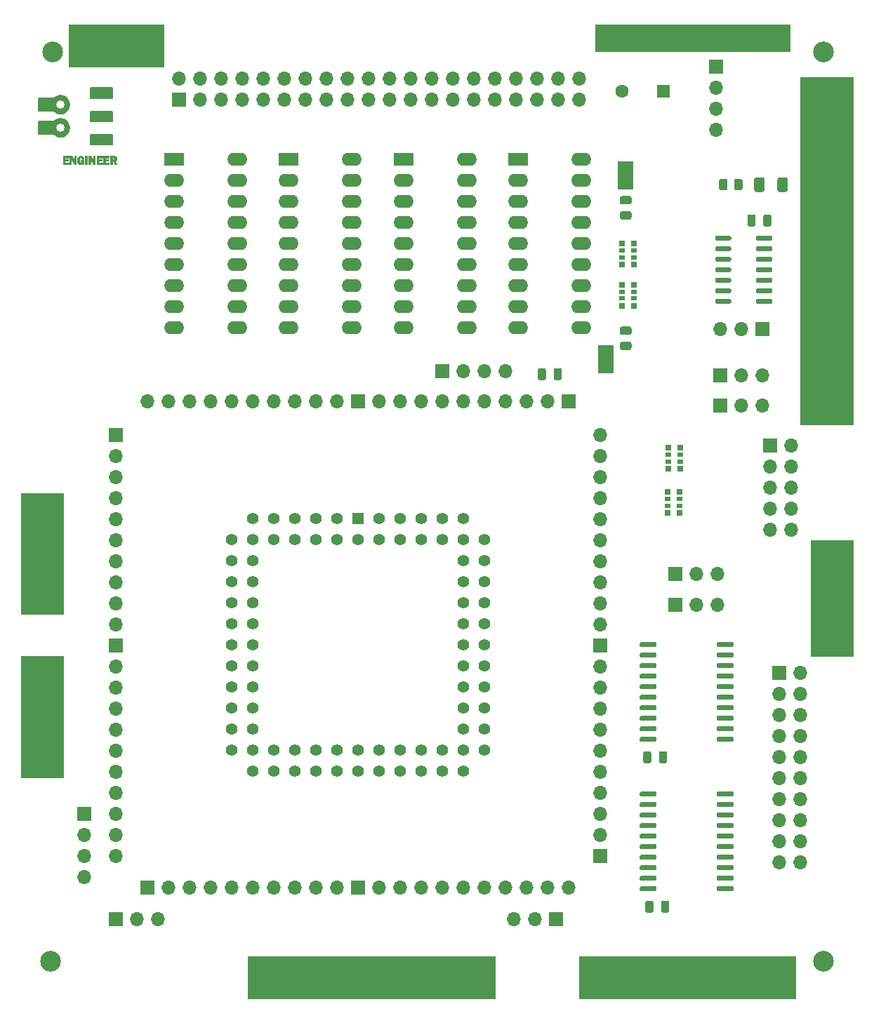
<source format=gbr>
%TF.GenerationSoftware,KiCad,Pcbnew,(5.1.10)-1*%
%TF.CreationDate,2021-06-15T10:48:06-05:00*%
%TF.ProjectId,gd MegaII proto pcb,6764204d-6567-4614-9949-2070726f746f,rev?*%
%TF.SameCoordinates,Original*%
%TF.FileFunction,Soldermask,Top*%
%TF.FilePolarity,Negative*%
%FSLAX46Y46*%
G04 Gerber Fmt 4.6, Leading zero omitted, Abs format (unit mm)*
G04 Created by KiCad (PCBNEW (5.1.10)-1) date 2021-06-15 10:48:06*
%MOMM*%
%LPD*%
G01*
G04 APERTURE LIST*
%ADD10C,0.100000*%
%ADD11C,0.134262*%
%ADD12C,0.095901*%
%ADD13O,1.700000X1.700000*%
%ADD14R,1.700000X1.700000*%
%ADD15O,2.400000X1.600000*%
%ADD16R,2.400000X1.600000*%
%ADD17C,1.600000*%
%ADD18R,1.600000X1.600000*%
%ADD19R,0.700000X0.640000*%
%ADD20R,0.700000X0.500000*%
%ADD21C,1.422400*%
%ADD22R,1.422400X1.422400*%
%ADD23R,1.850000X3.450000*%
%ADD24C,2.500000*%
G04 APERTURE END LIST*
D10*
G36*
X189230000Y-107950000D02*
G01*
X184150000Y-107950000D01*
X184150000Y-93980000D01*
X189230000Y-93980000D01*
X189230000Y-107950000D01*
G37*
X189230000Y-107950000D02*
X184150000Y-107950000D01*
X184150000Y-93980000D01*
X189230000Y-93980000D01*
X189230000Y-107950000D01*
G36*
X182245000Y-149225000D02*
G01*
X156210000Y-149225000D01*
X156210000Y-144145000D01*
X182245000Y-144145000D01*
X182245000Y-149225000D01*
G37*
X182245000Y-149225000D02*
X156210000Y-149225000D01*
X156210000Y-144145000D01*
X182245000Y-144145000D01*
X182245000Y-149225000D01*
G36*
X146050000Y-149225000D02*
G01*
X116205000Y-149225000D01*
X116205000Y-144145000D01*
X146050000Y-144145000D01*
X146050000Y-149225000D01*
G37*
X146050000Y-149225000D02*
X116205000Y-149225000D01*
X116205000Y-144145000D01*
X146050000Y-144145000D01*
X146050000Y-149225000D01*
G36*
X93980000Y-122555000D02*
G01*
X88900000Y-122555000D01*
X88900000Y-107950000D01*
X93980000Y-107950000D01*
X93980000Y-122555000D01*
G37*
X93980000Y-122555000D02*
X88900000Y-122555000D01*
X88900000Y-107950000D01*
X93980000Y-107950000D01*
X93980000Y-122555000D01*
G36*
X93980000Y-102870000D02*
G01*
X88900000Y-102870000D01*
X88900000Y-88265000D01*
X93980000Y-88265000D01*
X93980000Y-102870000D01*
G37*
X93980000Y-102870000D02*
X88900000Y-102870000D01*
X88900000Y-88265000D01*
X93980000Y-88265000D01*
X93980000Y-102870000D01*
G36*
X106045000Y-36830000D02*
G01*
X94615000Y-36830000D01*
X94615000Y-31750000D01*
X106045000Y-31750000D01*
X106045000Y-36830000D01*
G37*
X106045000Y-36830000D02*
X94615000Y-36830000D01*
X94615000Y-31750000D01*
X106045000Y-31750000D01*
X106045000Y-36830000D01*
G36*
X181610000Y-34925000D02*
G01*
X158115000Y-34925000D01*
X158115000Y-31750000D01*
X181610000Y-31750000D01*
X181610000Y-34925000D01*
G37*
X181610000Y-34925000D02*
X158115000Y-34925000D01*
X158115000Y-31750000D01*
X181610000Y-31750000D01*
X181610000Y-34925000D01*
G36*
X189230000Y-80010000D02*
G01*
X182880000Y-80010000D01*
X182880000Y-38100000D01*
X189230000Y-38100000D01*
X189230000Y-80010000D01*
G37*
X189230000Y-80010000D02*
X182880000Y-80010000D01*
X182880000Y-38100000D01*
X189230000Y-38100000D01*
X189230000Y-80010000D01*
D11*
%TO.C,svg2mod*%
G36*
X93634000Y-43091646D02*
G01*
X93111226Y-43957923D01*
X93233062Y-43772177D01*
X93413492Y-43647274D01*
X93634000Y-43601561D01*
X93855562Y-43647636D01*
X94035875Y-43773143D01*
X94157125Y-43959009D01*
X94201500Y-44186161D01*
X94157125Y-44414802D01*
X94035875Y-44601433D01*
X93855562Y-44727221D01*
X93634000Y-44773336D01*
X93412437Y-44727221D01*
X93232125Y-44601433D01*
X93110875Y-44414802D01*
X93066500Y-44186161D01*
X93111226Y-43957923D01*
X93634000Y-43091646D01*
X93357796Y-43129323D01*
X93109370Y-43235102D01*
X92896500Y-43398111D01*
X90961500Y-43398111D01*
X90961500Y-44974211D01*
X92896500Y-44974211D01*
X93108259Y-45138365D01*
X93357241Y-45243572D01*
X93634000Y-45280675D01*
X93916697Y-45241628D01*
X94170574Y-45131402D01*
X94385562Y-44960369D01*
X94551592Y-44738903D01*
X94658595Y-44477376D01*
X94696500Y-44186161D01*
X94658595Y-43894946D01*
X94551592Y-43633419D01*
X94385562Y-43411953D01*
X94170574Y-43240920D01*
X93916697Y-43130694D01*
X93634000Y-43091646D01*
G37*
X93634000Y-43091646D02*
X93111226Y-43957923D01*
X93233062Y-43772177D01*
X93413492Y-43647274D01*
X93634000Y-43601561D01*
X93855562Y-43647636D01*
X94035875Y-43773143D01*
X94157125Y-43959009D01*
X94201500Y-44186161D01*
X94157125Y-44414802D01*
X94035875Y-44601433D01*
X93855562Y-44727221D01*
X93634000Y-44773336D01*
X93412437Y-44727221D01*
X93232125Y-44601433D01*
X93110875Y-44414802D01*
X93066500Y-44186161D01*
X93111226Y-43957923D01*
X93634000Y-43091646D01*
X93357796Y-43129323D01*
X93109370Y-43235102D01*
X92896500Y-43398111D01*
X90961500Y-43398111D01*
X90961500Y-44974211D01*
X92896500Y-44974211D01*
X93108259Y-45138365D01*
X93357241Y-45243572D01*
X93634000Y-45280675D01*
X93916697Y-45241628D01*
X94170574Y-45131402D01*
X94385562Y-44960369D01*
X94551592Y-44738903D01*
X94658595Y-44477376D01*
X94696500Y-44186161D01*
X94658595Y-43894946D01*
X94551592Y-43633419D01*
X94385562Y-43411953D01*
X94170574Y-43240920D01*
X93916697Y-43130694D01*
X93634000Y-43091646D01*
G36*
X97254000Y-39396051D02*
G01*
X99889000Y-39396051D01*
X99889000Y-40619331D01*
X97254000Y-40619331D01*
X97254000Y-39396051D01*
G37*
X97254000Y-39396051D02*
X99889000Y-39396051D01*
X99889000Y-40619331D01*
X97254000Y-40619331D01*
X97254000Y-39396051D01*
G36*
X97254000Y-42195432D02*
G01*
X99889000Y-42195432D01*
X99889000Y-43418713D01*
X97254000Y-43418713D01*
X97254000Y-42195432D01*
G37*
X97254000Y-42195432D02*
X99889000Y-42195432D01*
X99889000Y-43418713D01*
X97254000Y-43418713D01*
X97254000Y-42195432D01*
G36*
X97254000Y-45002540D02*
G01*
X99889000Y-45002540D01*
X99889000Y-46225821D01*
X97254000Y-46225821D01*
X97254000Y-45002540D01*
G37*
X97254000Y-45002540D02*
X99889000Y-45002540D01*
X99889000Y-46225821D01*
X97254000Y-46225821D01*
X97254000Y-45002540D01*
G36*
X93634000Y-40297415D02*
G01*
X93111226Y-41163289D01*
X93233062Y-40976658D01*
X93413492Y-40850869D01*
X93634000Y-40804755D01*
X93855562Y-40850869D01*
X94035875Y-40976658D01*
X94157125Y-41163289D01*
X94201500Y-41391930D01*
X94157125Y-41619082D01*
X94035875Y-41804948D01*
X93855562Y-41930455D01*
X93634000Y-41976529D01*
X93412437Y-41930455D01*
X93232125Y-41804948D01*
X93110875Y-41619082D01*
X93066500Y-41391930D01*
X93111226Y-41163289D01*
X93634000Y-40297415D01*
X93357796Y-40335091D01*
X93109370Y-40440871D01*
X92896500Y-40603879D01*
X90961500Y-40603879D01*
X90961500Y-42179980D01*
X92896500Y-42179980D01*
X93108259Y-42344134D01*
X93357241Y-42449341D01*
X93634000Y-42486444D01*
X93916697Y-42447397D01*
X94170574Y-42337171D01*
X94385562Y-42166138D01*
X94551592Y-41944672D01*
X94658595Y-41683145D01*
X94696500Y-41391930D01*
X94658595Y-41100715D01*
X94551592Y-40839188D01*
X94385562Y-40617722D01*
X94170574Y-40446689D01*
X93916697Y-40336463D01*
X93634000Y-40297415D01*
G37*
X93634000Y-40297415D02*
X93111226Y-41163289D01*
X93233062Y-40976658D01*
X93413492Y-40850869D01*
X93634000Y-40804755D01*
X93855562Y-40850869D01*
X94035875Y-40976658D01*
X94157125Y-41163289D01*
X94201500Y-41391930D01*
X94157125Y-41619082D01*
X94035875Y-41804948D01*
X93855562Y-41930455D01*
X93634000Y-41976529D01*
X93412437Y-41930455D01*
X93232125Y-41804948D01*
X93110875Y-41619082D01*
X93066500Y-41391930D01*
X93111226Y-41163289D01*
X93634000Y-40297415D01*
X93357796Y-40335091D01*
X93109370Y-40440871D01*
X92896500Y-40603879D01*
X90961500Y-40603879D01*
X90961500Y-42179980D01*
X92896500Y-42179980D01*
X93108259Y-42344134D01*
X93357241Y-42449341D01*
X93634000Y-42486444D01*
X93916697Y-42447397D01*
X94170574Y-42337171D01*
X94385562Y-42166138D01*
X94551592Y-41944672D01*
X94658595Y-41683145D01*
X94696500Y-41391930D01*
X94658595Y-41100715D01*
X94551592Y-40839188D01*
X94385562Y-40617722D01*
X94170574Y-40446689D01*
X93916697Y-40336463D01*
X93634000Y-40297415D01*
D12*
G36*
X94614000Y-47786469D02*
G01*
X94154000Y-47786469D01*
X94154000Y-47989920D01*
X94516500Y-47989920D01*
X94516500Y-48177919D01*
X94154000Y-48177919D01*
X94154000Y-48394247D01*
X94614000Y-48394247D01*
X94614000Y-48592547D01*
X93924000Y-48592547D01*
X93924000Y-47595895D01*
X94614000Y-47595895D01*
X94614000Y-47786469D01*
G37*
X94614000Y-47786469D02*
X94154000Y-47786469D01*
X94154000Y-47989920D01*
X94516500Y-47989920D01*
X94516500Y-48177919D01*
X94154000Y-48177919D01*
X94154000Y-48394247D01*
X94614000Y-48394247D01*
X94614000Y-48592547D01*
X93924000Y-48592547D01*
X93924000Y-47595895D01*
X94614000Y-47595895D01*
X94614000Y-47786469D01*
G36*
X95494000Y-47598470D02*
G01*
X95494000Y-48595123D01*
X95301500Y-48595123D01*
X94924000Y-47920387D01*
X94926487Y-47953866D01*
X94928974Y-47997646D01*
X94928974Y-48595123D01*
X94751474Y-48595123D01*
X94751474Y-47598470D01*
X94996474Y-47598470D01*
X95326474Y-48185645D01*
X95321473Y-48118687D01*
X95321473Y-47598470D01*
X95494000Y-47598470D01*
G37*
X95494000Y-47598470D02*
X95494000Y-48595123D01*
X95301500Y-48595123D01*
X94924000Y-47920387D01*
X94926487Y-47953866D01*
X94928974Y-47997646D01*
X94928974Y-48595123D01*
X94751474Y-48595123D01*
X94751474Y-47598470D01*
X94996474Y-47598470D01*
X95326474Y-48185645D01*
X95321473Y-48118687D01*
X95321473Y-47598470D01*
X95494000Y-47598470D01*
G36*
X96444000Y-48062029D02*
G01*
X96444000Y-48595123D01*
X96341500Y-48595123D01*
X96309000Y-48479233D01*
X96044000Y-48607999D01*
X95875875Y-48573232D01*
X95749000Y-48468931D01*
X95670250Y-48308939D01*
X95644000Y-48108386D01*
X95672125Y-47893346D01*
X95756500Y-47724662D01*
X95889312Y-47616820D01*
X96061500Y-47580443D01*
X96321500Y-47673155D01*
X96441500Y-47922962D01*
X96226500Y-47951290D01*
X96059000Y-47771017D01*
X95919000Y-47856003D01*
X95871500Y-48100659D01*
X95921500Y-48335014D01*
X96066500Y-48414849D01*
X96174000Y-48373644D01*
X96221500Y-48242303D01*
X96039000Y-48242303D01*
X96039000Y-48056879D01*
X96444000Y-48056879D01*
X96444000Y-48062029D01*
G37*
X96444000Y-48062029D02*
X96444000Y-48595123D01*
X96341500Y-48595123D01*
X96309000Y-48479233D01*
X96044000Y-48607999D01*
X95875875Y-48573232D01*
X95749000Y-48468931D01*
X95670250Y-48308939D01*
X95644000Y-48108386D01*
X95672125Y-47893346D01*
X95756500Y-47724662D01*
X95889312Y-47616820D01*
X96061500Y-47580443D01*
X96321500Y-47673155D01*
X96441500Y-47922962D01*
X96226500Y-47951290D01*
X96059000Y-47771017D01*
X95919000Y-47856003D01*
X95871500Y-48100659D01*
X95921500Y-48335014D01*
X96066500Y-48414849D01*
X96174000Y-48373644D01*
X96221500Y-48242303D01*
X96039000Y-48242303D01*
X96039000Y-48056879D01*
X96444000Y-48056879D01*
X96444000Y-48062029D01*
G36*
X96846500Y-47598470D02*
G01*
X96846500Y-48595123D01*
X96621500Y-48595123D01*
X96621500Y-47598470D01*
X96846500Y-47598470D01*
G37*
X96846500Y-47598470D02*
X96846500Y-48595123D01*
X96621500Y-48595123D01*
X96621500Y-47598470D01*
X96846500Y-47598470D01*
G36*
X97786500Y-47598470D02*
G01*
X97786500Y-48595123D01*
X97594000Y-48595123D01*
X97216500Y-47922962D01*
X97218987Y-47956441D01*
X97221474Y-48000222D01*
X97221474Y-48597698D01*
X97043974Y-48597698D01*
X97043974Y-47601046D01*
X97288974Y-47601046D01*
X97618974Y-48188221D01*
X97613973Y-48121262D01*
X97613973Y-47601046D01*
X97786473Y-47601046D01*
X97786500Y-47598470D01*
G37*
X97786500Y-47598470D02*
X97786500Y-48595123D01*
X97594000Y-48595123D01*
X97216500Y-47922962D01*
X97218987Y-47956441D01*
X97221474Y-48000222D01*
X97221474Y-48597698D01*
X97043974Y-48597698D01*
X97043974Y-47601046D01*
X97288974Y-47601046D01*
X97618974Y-48188221D01*
X97613973Y-48121262D01*
X97613973Y-47601046D01*
X97786473Y-47601046D01*
X97786500Y-47598470D01*
G36*
X98671500Y-47786469D02*
G01*
X98211500Y-47786469D01*
X98211500Y-47989920D01*
X98574000Y-47989920D01*
X98574000Y-48177919D01*
X98211500Y-48177919D01*
X98211500Y-48394247D01*
X98671500Y-48394247D01*
X98671500Y-48592547D01*
X97981500Y-48592547D01*
X97981500Y-47595895D01*
X98671500Y-47595895D01*
X98671500Y-47786469D01*
G37*
X98671500Y-47786469D02*
X98211500Y-47786469D01*
X98211500Y-47989920D01*
X98574000Y-47989920D01*
X98574000Y-48177919D01*
X98211500Y-48177919D01*
X98211500Y-48394247D01*
X98671500Y-48394247D01*
X98671500Y-48592547D01*
X97981500Y-48592547D01*
X97981500Y-47595895D01*
X98671500Y-47595895D01*
X98671500Y-47786469D01*
G36*
X99499000Y-47786469D02*
G01*
X99039000Y-47786469D01*
X99039000Y-47989920D01*
X99399000Y-47989920D01*
X99399000Y-48177919D01*
X99036500Y-48177919D01*
X99036500Y-48394247D01*
X99499000Y-48394247D01*
X99499000Y-48592547D01*
X98809000Y-48592547D01*
X98809000Y-47595895D01*
X99499000Y-47595895D01*
X99499000Y-47786469D01*
G37*
X99499000Y-47786469D02*
X99039000Y-47786469D01*
X99039000Y-47989920D01*
X99399000Y-47989920D01*
X99399000Y-48177919D01*
X99036500Y-48177919D01*
X99036500Y-48394247D01*
X99499000Y-48394247D01*
X99499000Y-48592547D01*
X98809000Y-48592547D01*
X98809000Y-47595895D01*
X99499000Y-47595895D01*
X99499000Y-47786469D01*
G36*
X99861500Y-48198522D02*
G01*
X99861500Y-48031126D01*
X100001500Y-48031126D01*
X100101500Y-48020825D01*
X100156500Y-47977045D01*
X100181500Y-47899785D01*
X100156500Y-47825100D01*
X100104000Y-47783895D01*
X99996500Y-47776169D01*
X99861500Y-47776168D01*
X99861500Y-48031126D01*
X99861500Y-48198522D01*
X99861500Y-48592547D01*
X99634000Y-48592547D01*
X99634000Y-47595895D01*
X100059000Y-47595895D01*
X100249000Y-47624224D01*
X100366500Y-47727237D01*
X100414000Y-47894633D01*
X100372437Y-48048509D01*
X100246500Y-48152166D01*
X100424000Y-48592547D01*
X100174000Y-48592547D01*
X100026500Y-48198522D01*
X99861500Y-48198522D01*
G37*
X99861500Y-48198522D02*
X99861500Y-48031126D01*
X100001500Y-48031126D01*
X100101500Y-48020825D01*
X100156500Y-47977045D01*
X100181500Y-47899785D01*
X100156500Y-47825100D01*
X100104000Y-47783895D01*
X99996500Y-47776169D01*
X99861500Y-47776168D01*
X99861500Y-48031126D01*
X99861500Y-48198522D01*
X99861500Y-48592547D01*
X99634000Y-48592547D01*
X99634000Y-47595895D01*
X100059000Y-47595895D01*
X100249000Y-47624224D01*
X100366500Y-47727237D01*
X100414000Y-47894633D01*
X100372437Y-48048509D01*
X100246500Y-48152166D01*
X100424000Y-48592547D01*
X100174000Y-48592547D01*
X100026500Y-48198522D01*
X99861500Y-48198522D01*
%TD*%
D13*
%TO.C,J8*%
X148336000Y-139700000D03*
X150876000Y-139700000D03*
D14*
X153416000Y-139700000D03*
%TD*%
%TO.C,C11*%
G36*
G01*
X153104000Y-74389000D02*
X153104000Y-73439000D01*
G75*
G02*
X153354000Y-73189000I250000J0D01*
G01*
X153854000Y-73189000D01*
G75*
G02*
X154104000Y-73439000I0J-250000D01*
G01*
X154104000Y-74389000D01*
G75*
G02*
X153854000Y-74639000I-250000J0D01*
G01*
X153354000Y-74639000D01*
G75*
G02*
X153104000Y-74389000I0J250000D01*
G01*
G37*
G36*
G01*
X151204000Y-74389000D02*
X151204000Y-73439000D01*
G75*
G02*
X151454000Y-73189000I250000J0D01*
G01*
X151954000Y-73189000D01*
G75*
G02*
X152204000Y-73439000I0J-250000D01*
G01*
X152204000Y-74389000D01*
G75*
G02*
X151954000Y-74639000I-250000J0D01*
G01*
X151454000Y-74639000D01*
G75*
G02*
X151204000Y-74389000I0J250000D01*
G01*
G37*
%TD*%
D13*
%TO.C,J6*%
X105410000Y-139700000D03*
X102870000Y-139700000D03*
D14*
X100330000Y-139700000D03*
%TD*%
D13*
%TO.C,J7*%
X156210000Y-38227000D03*
X156210000Y-40767000D03*
X153670000Y-38227000D03*
X153670000Y-40767000D03*
X151130000Y-38227000D03*
X151130000Y-40767000D03*
X148590000Y-38227000D03*
X148590000Y-40767000D03*
X146050000Y-38227000D03*
X146050000Y-40767000D03*
X143510000Y-38227000D03*
X143510000Y-40767000D03*
X140970000Y-38227000D03*
X140970000Y-40767000D03*
X138430000Y-38227000D03*
X138430000Y-40767000D03*
X135890000Y-38227000D03*
X135890000Y-40767000D03*
X133350000Y-38227000D03*
X133350000Y-40767000D03*
X130810000Y-38227000D03*
X130810000Y-40767000D03*
X128270000Y-38227000D03*
X128270000Y-40767000D03*
X125730000Y-38227000D03*
X125730000Y-40767000D03*
X123190000Y-38227000D03*
X123190000Y-40767000D03*
X120650000Y-38227000D03*
X120650000Y-40767000D03*
X118110000Y-38227000D03*
X118110000Y-40767000D03*
X115570000Y-38227000D03*
X115570000Y-40767000D03*
X113030000Y-38227000D03*
X113030000Y-40767000D03*
X110490000Y-38227000D03*
X110490000Y-40767000D03*
X107950000Y-38227000D03*
D14*
X107950000Y-40767000D03*
%TD*%
D15*
%TO.C,U7*%
X142621000Y-48006000D03*
X135001000Y-68326000D03*
X142621000Y-50546000D03*
X135001000Y-65786000D03*
X142621000Y-53086000D03*
X135001000Y-63246000D03*
X142621000Y-55626000D03*
X135001000Y-60706000D03*
X142621000Y-58166000D03*
X135001000Y-58166000D03*
X142621000Y-60706000D03*
X135001000Y-55626000D03*
X142621000Y-63246000D03*
X135001000Y-53086000D03*
X142621000Y-65786000D03*
X135001000Y-50546000D03*
X142621000Y-68326000D03*
D16*
X135001000Y-48006000D03*
%TD*%
D13*
%TO.C,JP8*%
X104140000Y-77216000D03*
X106680000Y-77216000D03*
X109220000Y-77216000D03*
X111760000Y-77216000D03*
X114300000Y-77216000D03*
X116840000Y-77216000D03*
X119380000Y-77216000D03*
X121920000Y-77216000D03*
X124460000Y-77216000D03*
X127000000Y-77216000D03*
D14*
X129540000Y-77216000D03*
%TD*%
D13*
%TO.C,J12*%
X147320000Y-73533000D03*
X144780000Y-73533000D03*
X142240000Y-73533000D03*
D14*
X139700000Y-73533000D03*
%TD*%
D13*
%TO.C,JP1*%
X96520000Y-134620000D03*
X96520000Y-132080000D03*
X96520000Y-129540000D03*
D14*
X96520000Y-127000000D03*
%TD*%
D13*
%TO.C,JP15*%
X158750000Y-81280000D03*
X158750000Y-83820000D03*
X158750000Y-86360000D03*
X158750000Y-88900000D03*
X158750000Y-91440000D03*
X158750000Y-93980000D03*
X158750000Y-96520000D03*
X158750000Y-99060000D03*
X158750000Y-101600000D03*
X158750000Y-104140000D03*
D14*
X158750000Y-106680000D03*
%TD*%
D13*
%TO.C,J11*%
X172720000Y-44450000D03*
X172720000Y-41910000D03*
X172720000Y-39370000D03*
D14*
X172720000Y-36830000D03*
%TD*%
D17*
%TO.C,C2*%
X161370000Y-39751000D03*
D18*
X166370000Y-39751000D03*
%TD*%
D19*
%TO.C,RN8*%
X162752000Y-65659000D03*
D20*
X162752000Y-63989000D03*
X162752000Y-64789000D03*
D19*
X162752000Y-63119000D03*
D20*
X161352000Y-64789000D03*
D19*
X161352000Y-65659000D03*
D20*
X161352000Y-63989000D03*
D19*
X161352000Y-63119000D03*
%TD*%
%TO.C,RN7*%
X162752000Y-60706000D03*
D20*
X162752000Y-59036000D03*
X162752000Y-59836000D03*
D19*
X162752000Y-58166000D03*
D20*
X161352000Y-59836000D03*
D19*
X161352000Y-60706000D03*
D20*
X161352000Y-59036000D03*
D19*
X161352000Y-58166000D03*
%TD*%
D13*
%TO.C,JP16*%
X158750000Y-109220000D03*
X158750000Y-111760000D03*
X158750000Y-114300000D03*
X158750000Y-116840000D03*
X158750000Y-119380000D03*
X158750000Y-121920000D03*
X158750000Y-124460000D03*
X158750000Y-127000000D03*
X158750000Y-129540000D03*
D14*
X158750000Y-132080000D03*
%TD*%
D13*
%TO.C,JP12*%
X132080000Y-77216000D03*
X134620000Y-77216000D03*
X137160000Y-77216000D03*
X139700000Y-77216000D03*
X142240000Y-77216000D03*
X144780000Y-77216000D03*
X147320000Y-77216000D03*
X149860000Y-77216000D03*
X152400000Y-77216000D03*
D14*
X154940000Y-77216000D03*
%TD*%
D13*
%TO.C,JP11*%
X154940000Y-135890000D03*
X152400000Y-135890000D03*
X149860000Y-135890000D03*
X147320000Y-135890000D03*
X144780000Y-135890000D03*
X142240000Y-135890000D03*
X139700000Y-135890000D03*
X137160000Y-135890000D03*
X134620000Y-135890000D03*
X132080000Y-135890000D03*
D14*
X129540000Y-135890000D03*
%TD*%
D13*
%TO.C,JP7*%
X127000000Y-135890000D03*
X124460000Y-135890000D03*
X121920000Y-135890000D03*
X119380000Y-135890000D03*
X116840000Y-135890000D03*
X114300000Y-135890000D03*
X111760000Y-135890000D03*
X109220000Y-135890000D03*
X106680000Y-135890000D03*
D14*
X104140000Y-135890000D03*
%TD*%
D13*
%TO.C,JP4*%
X100330000Y-132080000D03*
X100330000Y-129540000D03*
X100330000Y-127000000D03*
X100330000Y-124460000D03*
X100330000Y-121920000D03*
X100330000Y-119380000D03*
X100330000Y-116840000D03*
X100330000Y-114300000D03*
X100330000Y-111760000D03*
X100330000Y-109220000D03*
D14*
X100330000Y-106680000D03*
%TD*%
D13*
%TO.C,JP3*%
X100330000Y-104140000D03*
X100330000Y-101600000D03*
X100330000Y-99060000D03*
X100330000Y-96520000D03*
X100330000Y-93980000D03*
X100330000Y-91440000D03*
X100330000Y-88900000D03*
X100330000Y-86360000D03*
X100330000Y-83820000D03*
D14*
X100330000Y-81280000D03*
%TD*%
D13*
%TO.C,J10*%
X181737000Y-92710000D03*
X179197000Y-92710000D03*
X181737000Y-90170000D03*
X179197000Y-90170000D03*
X181737000Y-87630000D03*
X179197000Y-87630000D03*
X181737000Y-85090000D03*
X179197000Y-85090000D03*
X181737000Y-82550000D03*
D14*
X179197000Y-82550000D03*
%TD*%
D19*
%TO.C,RN6*%
X168278000Y-90678000D03*
D20*
X168278000Y-89008000D03*
X168278000Y-89808000D03*
D19*
X168278000Y-88138000D03*
D20*
X166878000Y-89808000D03*
D19*
X166878000Y-90678000D03*
D20*
X166878000Y-89008000D03*
D19*
X166878000Y-88138000D03*
%TD*%
%TO.C,RN3*%
X168340000Y-85344000D03*
D20*
X168340000Y-83674000D03*
X168340000Y-84474000D03*
D19*
X168340000Y-82804000D03*
D20*
X166940000Y-84474000D03*
D19*
X166940000Y-85344000D03*
D20*
X166940000Y-83674000D03*
D19*
X166940000Y-82804000D03*
%TD*%
D13*
%TO.C,J9*%
X182880000Y-132842000D03*
X180340000Y-132842000D03*
X182880000Y-130302000D03*
X180340000Y-130302000D03*
X182880000Y-127762000D03*
X180340000Y-127762000D03*
X182880000Y-125222000D03*
X180340000Y-125222000D03*
X182880000Y-122682000D03*
X180340000Y-122682000D03*
X182880000Y-120142000D03*
X180340000Y-120142000D03*
X182880000Y-117602000D03*
X180340000Y-117602000D03*
X182880000Y-115062000D03*
X180340000Y-115062000D03*
X182880000Y-112522000D03*
X180340000Y-112522000D03*
X182880000Y-109982000D03*
D14*
X180340000Y-109982000D03*
%TD*%
D13*
%TO.C,J5*%
X178308000Y-74041000D03*
X175768000Y-74041000D03*
D14*
X173228000Y-74041000D03*
%TD*%
D13*
%TO.C,J4*%
X178308000Y-77724000D03*
X175768000Y-77724000D03*
D14*
X173228000Y-77724000D03*
%TD*%
D13*
%TO.C,J3*%
X173228000Y-68453000D03*
X175768000Y-68453000D03*
D14*
X178308000Y-68453000D03*
%TD*%
D13*
%TO.C,J2*%
X172847000Y-101727000D03*
X170307000Y-101727000D03*
D14*
X167767000Y-101727000D03*
%TD*%
D13*
%TO.C,J1*%
X172847000Y-98044000D03*
X170307000Y-98044000D03*
D14*
X167767000Y-98044000D03*
%TD*%
D15*
%TO.C,U9*%
X156464000Y-48006000D03*
X148844000Y-68326000D03*
X156464000Y-50546000D03*
X148844000Y-65786000D03*
X156464000Y-53086000D03*
X148844000Y-63246000D03*
X156464000Y-55626000D03*
X148844000Y-60706000D03*
X156464000Y-58166000D03*
X148844000Y-58166000D03*
X156464000Y-60706000D03*
X148844000Y-55626000D03*
X156464000Y-63246000D03*
X148844000Y-53086000D03*
X156464000Y-65786000D03*
X148844000Y-50546000D03*
X156464000Y-68326000D03*
D16*
X148844000Y-48006000D03*
%TD*%
%TO.C,U6*%
G36*
G01*
X177522000Y-57681000D02*
X177522000Y-57381000D01*
G75*
G02*
X177672000Y-57231000I150000J0D01*
G01*
X179322000Y-57231000D01*
G75*
G02*
X179472000Y-57381000I0J-150000D01*
G01*
X179472000Y-57681000D01*
G75*
G02*
X179322000Y-57831000I-150000J0D01*
G01*
X177672000Y-57831000D01*
G75*
G02*
X177522000Y-57681000I0J150000D01*
G01*
G37*
G36*
G01*
X177522000Y-58951000D02*
X177522000Y-58651000D01*
G75*
G02*
X177672000Y-58501000I150000J0D01*
G01*
X179322000Y-58501000D01*
G75*
G02*
X179472000Y-58651000I0J-150000D01*
G01*
X179472000Y-58951000D01*
G75*
G02*
X179322000Y-59101000I-150000J0D01*
G01*
X177672000Y-59101000D01*
G75*
G02*
X177522000Y-58951000I0J150000D01*
G01*
G37*
G36*
G01*
X177522000Y-60221000D02*
X177522000Y-59921000D01*
G75*
G02*
X177672000Y-59771000I150000J0D01*
G01*
X179322000Y-59771000D01*
G75*
G02*
X179472000Y-59921000I0J-150000D01*
G01*
X179472000Y-60221000D01*
G75*
G02*
X179322000Y-60371000I-150000J0D01*
G01*
X177672000Y-60371000D01*
G75*
G02*
X177522000Y-60221000I0J150000D01*
G01*
G37*
G36*
G01*
X177522000Y-61491000D02*
X177522000Y-61191000D01*
G75*
G02*
X177672000Y-61041000I150000J0D01*
G01*
X179322000Y-61041000D01*
G75*
G02*
X179472000Y-61191000I0J-150000D01*
G01*
X179472000Y-61491000D01*
G75*
G02*
X179322000Y-61641000I-150000J0D01*
G01*
X177672000Y-61641000D01*
G75*
G02*
X177522000Y-61491000I0J150000D01*
G01*
G37*
G36*
G01*
X177522000Y-62761000D02*
X177522000Y-62461000D01*
G75*
G02*
X177672000Y-62311000I150000J0D01*
G01*
X179322000Y-62311000D01*
G75*
G02*
X179472000Y-62461000I0J-150000D01*
G01*
X179472000Y-62761000D01*
G75*
G02*
X179322000Y-62911000I-150000J0D01*
G01*
X177672000Y-62911000D01*
G75*
G02*
X177522000Y-62761000I0J150000D01*
G01*
G37*
G36*
G01*
X177522000Y-64031000D02*
X177522000Y-63731000D01*
G75*
G02*
X177672000Y-63581000I150000J0D01*
G01*
X179322000Y-63581000D01*
G75*
G02*
X179472000Y-63731000I0J-150000D01*
G01*
X179472000Y-64031000D01*
G75*
G02*
X179322000Y-64181000I-150000J0D01*
G01*
X177672000Y-64181000D01*
G75*
G02*
X177522000Y-64031000I0J150000D01*
G01*
G37*
G36*
G01*
X177522000Y-65301000D02*
X177522000Y-65001000D01*
G75*
G02*
X177672000Y-64851000I150000J0D01*
G01*
X179322000Y-64851000D01*
G75*
G02*
X179472000Y-65001000I0J-150000D01*
G01*
X179472000Y-65301000D01*
G75*
G02*
X179322000Y-65451000I-150000J0D01*
G01*
X177672000Y-65451000D01*
G75*
G02*
X177522000Y-65301000I0J150000D01*
G01*
G37*
G36*
G01*
X172572000Y-65301000D02*
X172572000Y-65001000D01*
G75*
G02*
X172722000Y-64851000I150000J0D01*
G01*
X174372000Y-64851000D01*
G75*
G02*
X174522000Y-65001000I0J-150000D01*
G01*
X174522000Y-65301000D01*
G75*
G02*
X174372000Y-65451000I-150000J0D01*
G01*
X172722000Y-65451000D01*
G75*
G02*
X172572000Y-65301000I0J150000D01*
G01*
G37*
G36*
G01*
X172572000Y-64031000D02*
X172572000Y-63731000D01*
G75*
G02*
X172722000Y-63581000I150000J0D01*
G01*
X174372000Y-63581000D01*
G75*
G02*
X174522000Y-63731000I0J-150000D01*
G01*
X174522000Y-64031000D01*
G75*
G02*
X174372000Y-64181000I-150000J0D01*
G01*
X172722000Y-64181000D01*
G75*
G02*
X172572000Y-64031000I0J150000D01*
G01*
G37*
G36*
G01*
X172572000Y-62761000D02*
X172572000Y-62461000D01*
G75*
G02*
X172722000Y-62311000I150000J0D01*
G01*
X174372000Y-62311000D01*
G75*
G02*
X174522000Y-62461000I0J-150000D01*
G01*
X174522000Y-62761000D01*
G75*
G02*
X174372000Y-62911000I-150000J0D01*
G01*
X172722000Y-62911000D01*
G75*
G02*
X172572000Y-62761000I0J150000D01*
G01*
G37*
G36*
G01*
X172572000Y-61491000D02*
X172572000Y-61191000D01*
G75*
G02*
X172722000Y-61041000I150000J0D01*
G01*
X174372000Y-61041000D01*
G75*
G02*
X174522000Y-61191000I0J-150000D01*
G01*
X174522000Y-61491000D01*
G75*
G02*
X174372000Y-61641000I-150000J0D01*
G01*
X172722000Y-61641000D01*
G75*
G02*
X172572000Y-61491000I0J150000D01*
G01*
G37*
G36*
G01*
X172572000Y-60221000D02*
X172572000Y-59921000D01*
G75*
G02*
X172722000Y-59771000I150000J0D01*
G01*
X174372000Y-59771000D01*
G75*
G02*
X174522000Y-59921000I0J-150000D01*
G01*
X174522000Y-60221000D01*
G75*
G02*
X174372000Y-60371000I-150000J0D01*
G01*
X172722000Y-60371000D01*
G75*
G02*
X172572000Y-60221000I0J150000D01*
G01*
G37*
G36*
G01*
X172572000Y-58951000D02*
X172572000Y-58651000D01*
G75*
G02*
X172722000Y-58501000I150000J0D01*
G01*
X174372000Y-58501000D01*
G75*
G02*
X174522000Y-58651000I0J-150000D01*
G01*
X174522000Y-58951000D01*
G75*
G02*
X174372000Y-59101000I-150000J0D01*
G01*
X172722000Y-59101000D01*
G75*
G02*
X172572000Y-58951000I0J150000D01*
G01*
G37*
G36*
G01*
X172572000Y-57681000D02*
X172572000Y-57381000D01*
G75*
G02*
X172722000Y-57231000I150000J0D01*
G01*
X174372000Y-57231000D01*
G75*
G02*
X174522000Y-57381000I0J-150000D01*
G01*
X174522000Y-57681000D01*
G75*
G02*
X174372000Y-57831000I-150000J0D01*
G01*
X172722000Y-57831000D01*
G75*
G02*
X172572000Y-57681000I0J150000D01*
G01*
G37*
%TD*%
%TO.C,U5*%
G36*
G01*
X165539000Y-117833000D02*
X165539000Y-118133000D01*
G75*
G02*
X165389000Y-118283000I-150000J0D01*
G01*
X163639000Y-118283000D01*
G75*
G02*
X163489000Y-118133000I0J150000D01*
G01*
X163489000Y-117833000D01*
G75*
G02*
X163639000Y-117683000I150000J0D01*
G01*
X165389000Y-117683000D01*
G75*
G02*
X165539000Y-117833000I0J-150000D01*
G01*
G37*
G36*
G01*
X165539000Y-116563000D02*
X165539000Y-116863000D01*
G75*
G02*
X165389000Y-117013000I-150000J0D01*
G01*
X163639000Y-117013000D01*
G75*
G02*
X163489000Y-116863000I0J150000D01*
G01*
X163489000Y-116563000D01*
G75*
G02*
X163639000Y-116413000I150000J0D01*
G01*
X165389000Y-116413000D01*
G75*
G02*
X165539000Y-116563000I0J-150000D01*
G01*
G37*
G36*
G01*
X165539000Y-115293000D02*
X165539000Y-115593000D01*
G75*
G02*
X165389000Y-115743000I-150000J0D01*
G01*
X163639000Y-115743000D01*
G75*
G02*
X163489000Y-115593000I0J150000D01*
G01*
X163489000Y-115293000D01*
G75*
G02*
X163639000Y-115143000I150000J0D01*
G01*
X165389000Y-115143000D01*
G75*
G02*
X165539000Y-115293000I0J-150000D01*
G01*
G37*
G36*
G01*
X165539000Y-114023000D02*
X165539000Y-114323000D01*
G75*
G02*
X165389000Y-114473000I-150000J0D01*
G01*
X163639000Y-114473000D01*
G75*
G02*
X163489000Y-114323000I0J150000D01*
G01*
X163489000Y-114023000D01*
G75*
G02*
X163639000Y-113873000I150000J0D01*
G01*
X165389000Y-113873000D01*
G75*
G02*
X165539000Y-114023000I0J-150000D01*
G01*
G37*
G36*
G01*
X165539000Y-112753000D02*
X165539000Y-113053000D01*
G75*
G02*
X165389000Y-113203000I-150000J0D01*
G01*
X163639000Y-113203000D01*
G75*
G02*
X163489000Y-113053000I0J150000D01*
G01*
X163489000Y-112753000D01*
G75*
G02*
X163639000Y-112603000I150000J0D01*
G01*
X165389000Y-112603000D01*
G75*
G02*
X165539000Y-112753000I0J-150000D01*
G01*
G37*
G36*
G01*
X165539000Y-111483000D02*
X165539000Y-111783000D01*
G75*
G02*
X165389000Y-111933000I-150000J0D01*
G01*
X163639000Y-111933000D01*
G75*
G02*
X163489000Y-111783000I0J150000D01*
G01*
X163489000Y-111483000D01*
G75*
G02*
X163639000Y-111333000I150000J0D01*
G01*
X165389000Y-111333000D01*
G75*
G02*
X165539000Y-111483000I0J-150000D01*
G01*
G37*
G36*
G01*
X165539000Y-110213000D02*
X165539000Y-110513000D01*
G75*
G02*
X165389000Y-110663000I-150000J0D01*
G01*
X163639000Y-110663000D01*
G75*
G02*
X163489000Y-110513000I0J150000D01*
G01*
X163489000Y-110213000D01*
G75*
G02*
X163639000Y-110063000I150000J0D01*
G01*
X165389000Y-110063000D01*
G75*
G02*
X165539000Y-110213000I0J-150000D01*
G01*
G37*
G36*
G01*
X165539000Y-108943000D02*
X165539000Y-109243000D01*
G75*
G02*
X165389000Y-109393000I-150000J0D01*
G01*
X163639000Y-109393000D01*
G75*
G02*
X163489000Y-109243000I0J150000D01*
G01*
X163489000Y-108943000D01*
G75*
G02*
X163639000Y-108793000I150000J0D01*
G01*
X165389000Y-108793000D01*
G75*
G02*
X165539000Y-108943000I0J-150000D01*
G01*
G37*
G36*
G01*
X165539000Y-107673000D02*
X165539000Y-107973000D01*
G75*
G02*
X165389000Y-108123000I-150000J0D01*
G01*
X163639000Y-108123000D01*
G75*
G02*
X163489000Y-107973000I0J150000D01*
G01*
X163489000Y-107673000D01*
G75*
G02*
X163639000Y-107523000I150000J0D01*
G01*
X165389000Y-107523000D01*
G75*
G02*
X165539000Y-107673000I0J-150000D01*
G01*
G37*
G36*
G01*
X165539000Y-106403000D02*
X165539000Y-106703000D01*
G75*
G02*
X165389000Y-106853000I-150000J0D01*
G01*
X163639000Y-106853000D01*
G75*
G02*
X163489000Y-106703000I0J150000D01*
G01*
X163489000Y-106403000D01*
G75*
G02*
X163639000Y-106253000I150000J0D01*
G01*
X165389000Y-106253000D01*
G75*
G02*
X165539000Y-106403000I0J-150000D01*
G01*
G37*
G36*
G01*
X174839000Y-106403000D02*
X174839000Y-106703000D01*
G75*
G02*
X174689000Y-106853000I-150000J0D01*
G01*
X172939000Y-106853000D01*
G75*
G02*
X172789000Y-106703000I0J150000D01*
G01*
X172789000Y-106403000D01*
G75*
G02*
X172939000Y-106253000I150000J0D01*
G01*
X174689000Y-106253000D01*
G75*
G02*
X174839000Y-106403000I0J-150000D01*
G01*
G37*
G36*
G01*
X174839000Y-107673000D02*
X174839000Y-107973000D01*
G75*
G02*
X174689000Y-108123000I-150000J0D01*
G01*
X172939000Y-108123000D01*
G75*
G02*
X172789000Y-107973000I0J150000D01*
G01*
X172789000Y-107673000D01*
G75*
G02*
X172939000Y-107523000I150000J0D01*
G01*
X174689000Y-107523000D01*
G75*
G02*
X174839000Y-107673000I0J-150000D01*
G01*
G37*
G36*
G01*
X174839000Y-108943000D02*
X174839000Y-109243000D01*
G75*
G02*
X174689000Y-109393000I-150000J0D01*
G01*
X172939000Y-109393000D01*
G75*
G02*
X172789000Y-109243000I0J150000D01*
G01*
X172789000Y-108943000D01*
G75*
G02*
X172939000Y-108793000I150000J0D01*
G01*
X174689000Y-108793000D01*
G75*
G02*
X174839000Y-108943000I0J-150000D01*
G01*
G37*
G36*
G01*
X174839000Y-110213000D02*
X174839000Y-110513000D01*
G75*
G02*
X174689000Y-110663000I-150000J0D01*
G01*
X172939000Y-110663000D01*
G75*
G02*
X172789000Y-110513000I0J150000D01*
G01*
X172789000Y-110213000D01*
G75*
G02*
X172939000Y-110063000I150000J0D01*
G01*
X174689000Y-110063000D01*
G75*
G02*
X174839000Y-110213000I0J-150000D01*
G01*
G37*
G36*
G01*
X174839000Y-111483000D02*
X174839000Y-111783000D01*
G75*
G02*
X174689000Y-111933000I-150000J0D01*
G01*
X172939000Y-111933000D01*
G75*
G02*
X172789000Y-111783000I0J150000D01*
G01*
X172789000Y-111483000D01*
G75*
G02*
X172939000Y-111333000I150000J0D01*
G01*
X174689000Y-111333000D01*
G75*
G02*
X174839000Y-111483000I0J-150000D01*
G01*
G37*
G36*
G01*
X174839000Y-112753000D02*
X174839000Y-113053000D01*
G75*
G02*
X174689000Y-113203000I-150000J0D01*
G01*
X172939000Y-113203000D01*
G75*
G02*
X172789000Y-113053000I0J150000D01*
G01*
X172789000Y-112753000D01*
G75*
G02*
X172939000Y-112603000I150000J0D01*
G01*
X174689000Y-112603000D01*
G75*
G02*
X174839000Y-112753000I0J-150000D01*
G01*
G37*
G36*
G01*
X174839000Y-114023000D02*
X174839000Y-114323000D01*
G75*
G02*
X174689000Y-114473000I-150000J0D01*
G01*
X172939000Y-114473000D01*
G75*
G02*
X172789000Y-114323000I0J150000D01*
G01*
X172789000Y-114023000D01*
G75*
G02*
X172939000Y-113873000I150000J0D01*
G01*
X174689000Y-113873000D01*
G75*
G02*
X174839000Y-114023000I0J-150000D01*
G01*
G37*
G36*
G01*
X174839000Y-115293000D02*
X174839000Y-115593000D01*
G75*
G02*
X174689000Y-115743000I-150000J0D01*
G01*
X172939000Y-115743000D01*
G75*
G02*
X172789000Y-115593000I0J150000D01*
G01*
X172789000Y-115293000D01*
G75*
G02*
X172939000Y-115143000I150000J0D01*
G01*
X174689000Y-115143000D01*
G75*
G02*
X174839000Y-115293000I0J-150000D01*
G01*
G37*
G36*
G01*
X174839000Y-116563000D02*
X174839000Y-116863000D01*
G75*
G02*
X174689000Y-117013000I-150000J0D01*
G01*
X172939000Y-117013000D01*
G75*
G02*
X172789000Y-116863000I0J150000D01*
G01*
X172789000Y-116563000D01*
G75*
G02*
X172939000Y-116413000I150000J0D01*
G01*
X174689000Y-116413000D01*
G75*
G02*
X174839000Y-116563000I0J-150000D01*
G01*
G37*
G36*
G01*
X174839000Y-117833000D02*
X174839000Y-118133000D01*
G75*
G02*
X174689000Y-118283000I-150000J0D01*
G01*
X172939000Y-118283000D01*
G75*
G02*
X172789000Y-118133000I0J150000D01*
G01*
X172789000Y-117833000D01*
G75*
G02*
X172939000Y-117683000I150000J0D01*
G01*
X174689000Y-117683000D01*
G75*
G02*
X174839000Y-117833000I0J-150000D01*
G01*
G37*
%TD*%
D15*
%TO.C,U4*%
X114935000Y-48006000D03*
X107315000Y-68326000D03*
X114935000Y-50546000D03*
X107315000Y-65786000D03*
X114935000Y-53086000D03*
X107315000Y-63246000D03*
X114935000Y-55626000D03*
X107315000Y-60706000D03*
X114935000Y-58166000D03*
X107315000Y-58166000D03*
X114935000Y-60706000D03*
X107315000Y-55626000D03*
X114935000Y-63246000D03*
X107315000Y-53086000D03*
X114935000Y-65786000D03*
X107315000Y-50546000D03*
X114935000Y-68326000D03*
D16*
X107315000Y-48006000D03*
%TD*%
%TO.C,U3*%
G36*
G01*
X165539000Y-135867000D02*
X165539000Y-136167000D01*
G75*
G02*
X165389000Y-136317000I-150000J0D01*
G01*
X163639000Y-136317000D01*
G75*
G02*
X163489000Y-136167000I0J150000D01*
G01*
X163489000Y-135867000D01*
G75*
G02*
X163639000Y-135717000I150000J0D01*
G01*
X165389000Y-135717000D01*
G75*
G02*
X165539000Y-135867000I0J-150000D01*
G01*
G37*
G36*
G01*
X165539000Y-134597000D02*
X165539000Y-134897000D01*
G75*
G02*
X165389000Y-135047000I-150000J0D01*
G01*
X163639000Y-135047000D01*
G75*
G02*
X163489000Y-134897000I0J150000D01*
G01*
X163489000Y-134597000D01*
G75*
G02*
X163639000Y-134447000I150000J0D01*
G01*
X165389000Y-134447000D01*
G75*
G02*
X165539000Y-134597000I0J-150000D01*
G01*
G37*
G36*
G01*
X165539000Y-133327000D02*
X165539000Y-133627000D01*
G75*
G02*
X165389000Y-133777000I-150000J0D01*
G01*
X163639000Y-133777000D01*
G75*
G02*
X163489000Y-133627000I0J150000D01*
G01*
X163489000Y-133327000D01*
G75*
G02*
X163639000Y-133177000I150000J0D01*
G01*
X165389000Y-133177000D01*
G75*
G02*
X165539000Y-133327000I0J-150000D01*
G01*
G37*
G36*
G01*
X165539000Y-132057000D02*
X165539000Y-132357000D01*
G75*
G02*
X165389000Y-132507000I-150000J0D01*
G01*
X163639000Y-132507000D01*
G75*
G02*
X163489000Y-132357000I0J150000D01*
G01*
X163489000Y-132057000D01*
G75*
G02*
X163639000Y-131907000I150000J0D01*
G01*
X165389000Y-131907000D01*
G75*
G02*
X165539000Y-132057000I0J-150000D01*
G01*
G37*
G36*
G01*
X165539000Y-130787000D02*
X165539000Y-131087000D01*
G75*
G02*
X165389000Y-131237000I-150000J0D01*
G01*
X163639000Y-131237000D01*
G75*
G02*
X163489000Y-131087000I0J150000D01*
G01*
X163489000Y-130787000D01*
G75*
G02*
X163639000Y-130637000I150000J0D01*
G01*
X165389000Y-130637000D01*
G75*
G02*
X165539000Y-130787000I0J-150000D01*
G01*
G37*
G36*
G01*
X165539000Y-129517000D02*
X165539000Y-129817000D01*
G75*
G02*
X165389000Y-129967000I-150000J0D01*
G01*
X163639000Y-129967000D01*
G75*
G02*
X163489000Y-129817000I0J150000D01*
G01*
X163489000Y-129517000D01*
G75*
G02*
X163639000Y-129367000I150000J0D01*
G01*
X165389000Y-129367000D01*
G75*
G02*
X165539000Y-129517000I0J-150000D01*
G01*
G37*
G36*
G01*
X165539000Y-128247000D02*
X165539000Y-128547000D01*
G75*
G02*
X165389000Y-128697000I-150000J0D01*
G01*
X163639000Y-128697000D01*
G75*
G02*
X163489000Y-128547000I0J150000D01*
G01*
X163489000Y-128247000D01*
G75*
G02*
X163639000Y-128097000I150000J0D01*
G01*
X165389000Y-128097000D01*
G75*
G02*
X165539000Y-128247000I0J-150000D01*
G01*
G37*
G36*
G01*
X165539000Y-126977000D02*
X165539000Y-127277000D01*
G75*
G02*
X165389000Y-127427000I-150000J0D01*
G01*
X163639000Y-127427000D01*
G75*
G02*
X163489000Y-127277000I0J150000D01*
G01*
X163489000Y-126977000D01*
G75*
G02*
X163639000Y-126827000I150000J0D01*
G01*
X165389000Y-126827000D01*
G75*
G02*
X165539000Y-126977000I0J-150000D01*
G01*
G37*
G36*
G01*
X165539000Y-125707000D02*
X165539000Y-126007000D01*
G75*
G02*
X165389000Y-126157000I-150000J0D01*
G01*
X163639000Y-126157000D01*
G75*
G02*
X163489000Y-126007000I0J150000D01*
G01*
X163489000Y-125707000D01*
G75*
G02*
X163639000Y-125557000I150000J0D01*
G01*
X165389000Y-125557000D01*
G75*
G02*
X165539000Y-125707000I0J-150000D01*
G01*
G37*
G36*
G01*
X165539000Y-124437000D02*
X165539000Y-124737000D01*
G75*
G02*
X165389000Y-124887000I-150000J0D01*
G01*
X163639000Y-124887000D01*
G75*
G02*
X163489000Y-124737000I0J150000D01*
G01*
X163489000Y-124437000D01*
G75*
G02*
X163639000Y-124287000I150000J0D01*
G01*
X165389000Y-124287000D01*
G75*
G02*
X165539000Y-124437000I0J-150000D01*
G01*
G37*
G36*
G01*
X174839000Y-124437000D02*
X174839000Y-124737000D01*
G75*
G02*
X174689000Y-124887000I-150000J0D01*
G01*
X172939000Y-124887000D01*
G75*
G02*
X172789000Y-124737000I0J150000D01*
G01*
X172789000Y-124437000D01*
G75*
G02*
X172939000Y-124287000I150000J0D01*
G01*
X174689000Y-124287000D01*
G75*
G02*
X174839000Y-124437000I0J-150000D01*
G01*
G37*
G36*
G01*
X174839000Y-125707000D02*
X174839000Y-126007000D01*
G75*
G02*
X174689000Y-126157000I-150000J0D01*
G01*
X172939000Y-126157000D01*
G75*
G02*
X172789000Y-126007000I0J150000D01*
G01*
X172789000Y-125707000D01*
G75*
G02*
X172939000Y-125557000I150000J0D01*
G01*
X174689000Y-125557000D01*
G75*
G02*
X174839000Y-125707000I0J-150000D01*
G01*
G37*
G36*
G01*
X174839000Y-126977000D02*
X174839000Y-127277000D01*
G75*
G02*
X174689000Y-127427000I-150000J0D01*
G01*
X172939000Y-127427000D01*
G75*
G02*
X172789000Y-127277000I0J150000D01*
G01*
X172789000Y-126977000D01*
G75*
G02*
X172939000Y-126827000I150000J0D01*
G01*
X174689000Y-126827000D01*
G75*
G02*
X174839000Y-126977000I0J-150000D01*
G01*
G37*
G36*
G01*
X174839000Y-128247000D02*
X174839000Y-128547000D01*
G75*
G02*
X174689000Y-128697000I-150000J0D01*
G01*
X172939000Y-128697000D01*
G75*
G02*
X172789000Y-128547000I0J150000D01*
G01*
X172789000Y-128247000D01*
G75*
G02*
X172939000Y-128097000I150000J0D01*
G01*
X174689000Y-128097000D01*
G75*
G02*
X174839000Y-128247000I0J-150000D01*
G01*
G37*
G36*
G01*
X174839000Y-129517000D02*
X174839000Y-129817000D01*
G75*
G02*
X174689000Y-129967000I-150000J0D01*
G01*
X172939000Y-129967000D01*
G75*
G02*
X172789000Y-129817000I0J150000D01*
G01*
X172789000Y-129517000D01*
G75*
G02*
X172939000Y-129367000I150000J0D01*
G01*
X174689000Y-129367000D01*
G75*
G02*
X174839000Y-129517000I0J-150000D01*
G01*
G37*
G36*
G01*
X174839000Y-130787000D02*
X174839000Y-131087000D01*
G75*
G02*
X174689000Y-131237000I-150000J0D01*
G01*
X172939000Y-131237000D01*
G75*
G02*
X172789000Y-131087000I0J150000D01*
G01*
X172789000Y-130787000D01*
G75*
G02*
X172939000Y-130637000I150000J0D01*
G01*
X174689000Y-130637000D01*
G75*
G02*
X174839000Y-130787000I0J-150000D01*
G01*
G37*
G36*
G01*
X174839000Y-132057000D02*
X174839000Y-132357000D01*
G75*
G02*
X174689000Y-132507000I-150000J0D01*
G01*
X172939000Y-132507000D01*
G75*
G02*
X172789000Y-132357000I0J150000D01*
G01*
X172789000Y-132057000D01*
G75*
G02*
X172939000Y-131907000I150000J0D01*
G01*
X174689000Y-131907000D01*
G75*
G02*
X174839000Y-132057000I0J-150000D01*
G01*
G37*
G36*
G01*
X174839000Y-133327000D02*
X174839000Y-133627000D01*
G75*
G02*
X174689000Y-133777000I-150000J0D01*
G01*
X172939000Y-133777000D01*
G75*
G02*
X172789000Y-133627000I0J150000D01*
G01*
X172789000Y-133327000D01*
G75*
G02*
X172939000Y-133177000I150000J0D01*
G01*
X174689000Y-133177000D01*
G75*
G02*
X174839000Y-133327000I0J-150000D01*
G01*
G37*
G36*
G01*
X174839000Y-134597000D02*
X174839000Y-134897000D01*
G75*
G02*
X174689000Y-135047000I-150000J0D01*
G01*
X172939000Y-135047000D01*
G75*
G02*
X172789000Y-134897000I0J150000D01*
G01*
X172789000Y-134597000D01*
G75*
G02*
X172939000Y-134447000I150000J0D01*
G01*
X174689000Y-134447000D01*
G75*
G02*
X174839000Y-134597000I0J-150000D01*
G01*
G37*
G36*
G01*
X174839000Y-135867000D02*
X174839000Y-136167000D01*
G75*
G02*
X174689000Y-136317000I-150000J0D01*
G01*
X172939000Y-136317000D01*
G75*
G02*
X172789000Y-136167000I0J150000D01*
G01*
X172789000Y-135867000D01*
G75*
G02*
X172939000Y-135717000I150000J0D01*
G01*
X174689000Y-135717000D01*
G75*
G02*
X174839000Y-135867000I0J-150000D01*
G01*
G37*
%TD*%
D15*
%TO.C,U2*%
X128778000Y-48006000D03*
X121158000Y-68326000D03*
X128778000Y-50546000D03*
X121158000Y-65786000D03*
X128778000Y-53086000D03*
X121158000Y-63246000D03*
X128778000Y-55626000D03*
X121158000Y-60706000D03*
X128778000Y-58166000D03*
X121158000Y-58166000D03*
X128778000Y-60706000D03*
X121158000Y-55626000D03*
X128778000Y-63246000D03*
X121158000Y-53086000D03*
X128778000Y-65786000D03*
X121158000Y-50546000D03*
X128778000Y-68326000D03*
D16*
X121158000Y-48006000D03*
%TD*%
D21*
%TO.C,U1*%
X144780000Y-96393000D03*
X144780000Y-98933000D03*
X144780000Y-101473000D03*
X144780000Y-104013000D03*
X144780000Y-106553000D03*
X144780000Y-109093000D03*
X144780000Y-111633000D03*
X144780000Y-114173000D03*
X144780000Y-116713000D03*
X144780000Y-119253000D03*
X142240000Y-96393000D03*
X142240000Y-98933000D03*
X142240000Y-101473000D03*
X142240000Y-104013000D03*
X142240000Y-106553000D03*
X142240000Y-109093000D03*
X142240000Y-111633000D03*
X142240000Y-114173000D03*
X142240000Y-116713000D03*
X142240000Y-119253000D03*
X142240000Y-121793000D03*
X139700000Y-121793000D03*
X137160000Y-121793000D03*
X134620000Y-121793000D03*
X132080000Y-121793000D03*
X129540000Y-121793000D03*
X127000000Y-121793000D03*
X124460000Y-121793000D03*
X121920000Y-121793000D03*
X119380000Y-121793000D03*
X116840000Y-121793000D03*
X139700000Y-119253000D03*
X137160000Y-119253000D03*
X134620000Y-119253000D03*
X132080000Y-119253000D03*
X129540000Y-119253000D03*
X127000000Y-119253000D03*
X124460000Y-119253000D03*
X121920000Y-119253000D03*
X119380000Y-119253000D03*
X116840000Y-119253000D03*
X114300000Y-119253000D03*
X114300000Y-116713000D03*
X114300000Y-114173000D03*
X114300000Y-111633000D03*
X114300000Y-109093000D03*
X114300000Y-106553000D03*
X114300000Y-104013000D03*
X114300000Y-101473000D03*
X114300000Y-98933000D03*
X114300000Y-96393000D03*
X114300000Y-93853000D03*
X116840000Y-116713000D03*
X116840000Y-114173000D03*
X116840000Y-111633000D03*
X116840000Y-109093000D03*
X116840000Y-106553000D03*
X116840000Y-104013000D03*
X116840000Y-101473000D03*
X116840000Y-98933000D03*
X116840000Y-96393000D03*
X116840000Y-93853000D03*
X142240000Y-91313000D03*
X139700000Y-91313000D03*
X137160000Y-91313000D03*
X134620000Y-91313000D03*
X132080000Y-91313000D03*
X116840000Y-91313000D03*
X119380000Y-91313000D03*
X121920000Y-91313000D03*
X124460000Y-91313000D03*
X127000000Y-91313000D03*
D22*
X129540000Y-91313000D03*
D21*
X144780000Y-93853000D03*
X142240000Y-93853000D03*
X139700000Y-93853000D03*
X137160000Y-93853000D03*
X134620000Y-93853000D03*
X132080000Y-93853000D03*
X119380000Y-93853000D03*
X121920000Y-93853000D03*
X124460000Y-93853000D03*
X127000000Y-93853000D03*
X129540000Y-93853000D03*
%TD*%
D23*
%TO.C,TP98*%
X159385000Y-72136000D03*
%TD*%
%TO.C,TP97*%
X161798000Y-49911000D03*
%TD*%
%TO.C,R15*%
G36*
G01*
X161347999Y-69996000D02*
X162248001Y-69996000D01*
G75*
G02*
X162498000Y-70245999I0J-249999D01*
G01*
X162498000Y-70771001D01*
G75*
G02*
X162248001Y-71021000I-249999J0D01*
G01*
X161347999Y-71021000D01*
G75*
G02*
X161098000Y-70771001I0J249999D01*
G01*
X161098000Y-70245999D01*
G75*
G02*
X161347999Y-69996000I249999J0D01*
G01*
G37*
G36*
G01*
X161347999Y-68171000D02*
X162248001Y-68171000D01*
G75*
G02*
X162498000Y-68420999I0J-249999D01*
G01*
X162498000Y-68946001D01*
G75*
G02*
X162248001Y-69196000I-249999J0D01*
G01*
X161347999Y-69196000D01*
G75*
G02*
X161098000Y-68946001I0J249999D01*
G01*
X161098000Y-68420999D01*
G75*
G02*
X161347999Y-68171000I249999J0D01*
G01*
G37*
%TD*%
%TO.C,R14*%
G36*
G01*
X162248001Y-53448000D02*
X161347999Y-53448000D01*
G75*
G02*
X161098000Y-53198001I0J249999D01*
G01*
X161098000Y-52672999D01*
G75*
G02*
X161347999Y-52423000I249999J0D01*
G01*
X162248001Y-52423000D01*
G75*
G02*
X162498000Y-52672999I0J-249999D01*
G01*
X162498000Y-53198001D01*
G75*
G02*
X162248001Y-53448000I-249999J0D01*
G01*
G37*
G36*
G01*
X162248001Y-55273000D02*
X161347999Y-55273000D01*
G75*
G02*
X161098000Y-55023001I0J249999D01*
G01*
X161098000Y-54497999D01*
G75*
G02*
X161347999Y-54248000I249999J0D01*
G01*
X162248001Y-54248000D01*
G75*
G02*
X162498000Y-54497999I0J-249999D01*
G01*
X162498000Y-55023001D01*
G75*
G02*
X162248001Y-55273000I-249999J0D01*
G01*
G37*
%TD*%
%TO.C,R1*%
G36*
G01*
X174874500Y-51504001D02*
X174874500Y-50603999D01*
G75*
G02*
X175124499Y-50354000I249999J0D01*
G01*
X175649501Y-50354000D01*
G75*
G02*
X175899500Y-50603999I0J-249999D01*
G01*
X175899500Y-51504001D01*
G75*
G02*
X175649501Y-51754000I-249999J0D01*
G01*
X175124499Y-51754000D01*
G75*
G02*
X174874500Y-51504001I0J249999D01*
G01*
G37*
G36*
G01*
X173049500Y-51504001D02*
X173049500Y-50603999D01*
G75*
G02*
X173299499Y-50354000I249999J0D01*
G01*
X173824501Y-50354000D01*
G75*
G02*
X174074500Y-50603999I0J-249999D01*
G01*
X174074500Y-51504001D01*
G75*
G02*
X173824501Y-51754000I-249999J0D01*
G01*
X173299499Y-51754000D01*
G75*
G02*
X173049500Y-51504001I0J249999D01*
G01*
G37*
%TD*%
D24*
%TO.C,H4*%
X92456000Y-144780000D03*
%TD*%
%TO.C,H3*%
X92646500Y-35052000D03*
%TD*%
%TO.C,H2*%
X185674000Y-35052000D03*
%TD*%
%TO.C,H1*%
X185674000Y-144780000D03*
%TD*%
%TO.C,D1*%
G36*
G01*
X178549000Y-50429000D02*
X178549000Y-51679000D01*
G75*
G02*
X178299000Y-51929000I-250000J0D01*
G01*
X177549000Y-51929000D01*
G75*
G02*
X177299000Y-51679000I0J250000D01*
G01*
X177299000Y-50429000D01*
G75*
G02*
X177549000Y-50179000I250000J0D01*
G01*
X178299000Y-50179000D01*
G75*
G02*
X178549000Y-50429000I0J-250000D01*
G01*
G37*
G36*
G01*
X181349000Y-50429000D02*
X181349000Y-51679000D01*
G75*
G02*
X181099000Y-51929000I-250000J0D01*
G01*
X180349000Y-51929000D01*
G75*
G02*
X180099000Y-51679000I0J250000D01*
G01*
X180099000Y-50429000D01*
G75*
G02*
X180349000Y-50179000I250000J0D01*
G01*
X181099000Y-50179000D01*
G75*
G02*
X181349000Y-50429000I0J-250000D01*
G01*
G37*
%TD*%
%TO.C,C4*%
G36*
G01*
X165804000Y-120617000D02*
X165804000Y-119667000D01*
G75*
G02*
X166054000Y-119417000I250000J0D01*
G01*
X166554000Y-119417000D01*
G75*
G02*
X166804000Y-119667000I0J-250000D01*
G01*
X166804000Y-120617000D01*
G75*
G02*
X166554000Y-120867000I-250000J0D01*
G01*
X166054000Y-120867000D01*
G75*
G02*
X165804000Y-120617000I0J250000D01*
G01*
G37*
G36*
G01*
X163904000Y-120617000D02*
X163904000Y-119667000D01*
G75*
G02*
X164154000Y-119417000I250000J0D01*
G01*
X164654000Y-119417000D01*
G75*
G02*
X164904000Y-119667000I0J-250000D01*
G01*
X164904000Y-120617000D01*
G75*
G02*
X164654000Y-120867000I-250000J0D01*
G01*
X164154000Y-120867000D01*
G75*
G02*
X163904000Y-120617000I0J250000D01*
G01*
G37*
%TD*%
%TO.C,C3*%
G36*
G01*
X166058000Y-138651000D02*
X166058000Y-137701000D01*
G75*
G02*
X166308000Y-137451000I250000J0D01*
G01*
X166808000Y-137451000D01*
G75*
G02*
X167058000Y-137701000I0J-250000D01*
G01*
X167058000Y-138651000D01*
G75*
G02*
X166808000Y-138901000I-250000J0D01*
G01*
X166308000Y-138901000D01*
G75*
G02*
X166058000Y-138651000I0J250000D01*
G01*
G37*
G36*
G01*
X164158000Y-138651000D02*
X164158000Y-137701000D01*
G75*
G02*
X164408000Y-137451000I250000J0D01*
G01*
X164908000Y-137451000D01*
G75*
G02*
X165158000Y-137701000I0J-250000D01*
G01*
X165158000Y-138651000D01*
G75*
G02*
X164908000Y-138901000I-250000J0D01*
G01*
X164408000Y-138901000D01*
G75*
G02*
X164158000Y-138651000I0J250000D01*
G01*
G37*
%TD*%
%TO.C,C1*%
G36*
G01*
X177477000Y-54897000D02*
X177477000Y-55847000D01*
G75*
G02*
X177227000Y-56097000I-250000J0D01*
G01*
X176727000Y-56097000D01*
G75*
G02*
X176477000Y-55847000I0J250000D01*
G01*
X176477000Y-54897000D01*
G75*
G02*
X176727000Y-54647000I250000J0D01*
G01*
X177227000Y-54647000D01*
G75*
G02*
X177477000Y-54897000I0J-250000D01*
G01*
G37*
G36*
G01*
X179377000Y-54897000D02*
X179377000Y-55847000D01*
G75*
G02*
X179127000Y-56097000I-250000J0D01*
G01*
X178627000Y-56097000D01*
G75*
G02*
X178377000Y-55847000I0J250000D01*
G01*
X178377000Y-54897000D01*
G75*
G02*
X178627000Y-54647000I250000J0D01*
G01*
X179127000Y-54647000D01*
G75*
G02*
X179377000Y-54897000I0J-250000D01*
G01*
G37*
%TD*%
M02*

</source>
